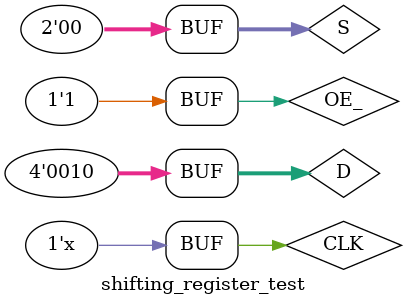
<source format=v>
`timescale 1ns / 1ps



module shifting_register_test(
    );
    reg OE_,CLK;
    reg [1:0] S;
    reg [3:0] D;
    wire [3:0] Q;

    shifting_register uut(  
        .OE_(OE_),
        .CLK(CLK),
        .S(S),
        .D(D),        
        .Q(Q)
    );
    
    initial 
    begin
        OE_=1;CLK=1;S=2'b00;D=4'b0000;     
    end
    always #50 CLK=~CLK;
    initial
    begin
        #20; OE_=1;S=2'b11;D=4'b1100;
        #200; OE_=0;S=2'b11;D=4'b1100;   
        #200; OE_=0;S=2'b11;D=4'b1110;   
        #200; OE_=0;S=2'b10;D=4'b1111;  
        #200; OE_=0;S=2'b10;D=4'b1000;  
        #200; OE_=0;S=2'b10;D=4'b0000;
        #200; OE_=0;S=2'b01;D=4'b1110;
        #200; OE_=0;S=2'b01;D=4'b0101;
        #200; OE_=0;S=2'b01;D=4'b1010; 
        #200; OE_=0;S=2'b00;D=4'b0001;
        #200; OE_=0;S=2'b00;D=4'b0111;
        #200; OE_=0;S=2'b00;D=4'b1010;
        #100; OE_=1;S=2'b00;D=4'b1110;
        #20; OE_=0;S=2'b00;D=4'b1010;
        #100; OE_=1;S=2'b00;D=4'b0010;
        
    end        
endmodule

</source>
